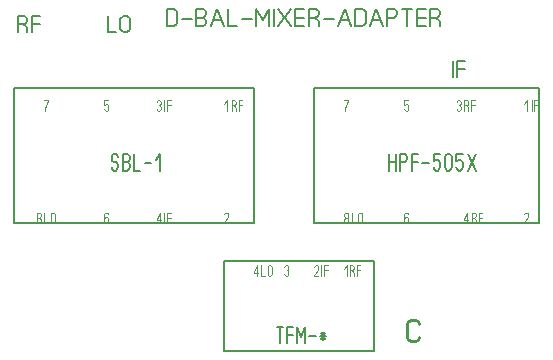
<source format=gbr>
%FSLAX34Y34*%
%MOMM*%
%LNSILK_TOP*%
G71*
G01*
%ADD10C,0.111*%
%ADD11C,0.178*%
%ADD12C,0.150*%
%ADD13C,0.167*%
%ADD14C,0.222*%
%LPD*%
G54D10*
X467500Y213316D02*
X469722Y216649D01*
X469722Y207760D01*
G54D10*
X410350Y214982D02*
X410794Y216093D01*
X411683Y216649D01*
X412572Y216649D01*
X413461Y216093D01*
X413906Y214982D01*
X413906Y213871D01*
X413461Y212760D01*
X412572Y212204D01*
X413461Y211649D01*
X413906Y210538D01*
X413906Y209427D01*
X413461Y208316D01*
X412572Y207760D01*
X411683Y207760D01*
X410794Y208316D01*
X410350Y209427D01*
G54D10*
X369456Y216649D02*
X365900Y216649D01*
X365900Y212760D01*
X366344Y212760D01*
X367233Y213316D01*
X368122Y213316D01*
X369011Y212760D01*
X369456Y211649D01*
X369456Y209427D01*
X369011Y208316D01*
X368122Y207760D01*
X367233Y207760D01*
X366344Y208316D01*
X365900Y209427D01*
G54D10*
X315100Y216649D02*
X318656Y216649D01*
X318211Y215538D01*
X317322Y213871D01*
X316433Y211649D01*
X315989Y209982D01*
X315989Y207760D01*
G54D10*
X471056Y112510D02*
X467500Y112510D01*
X467500Y113066D01*
X467944Y114177D01*
X470611Y117510D01*
X471056Y118621D01*
X471056Y119732D01*
X470611Y120843D01*
X469722Y121399D01*
X468833Y121399D01*
X467944Y120843D01*
X467500Y119732D01*
G54D10*
X419367Y112510D02*
X419367Y121399D01*
X416700Y115843D01*
X416700Y114732D01*
X420256Y114732D01*
G54D10*
X369456Y119732D02*
X369011Y120843D01*
X368122Y121399D01*
X367233Y121399D01*
X366344Y120843D01*
X365900Y119732D01*
X365900Y116954D01*
X365900Y116399D01*
X367233Y117510D01*
X368122Y117510D01*
X369011Y116954D01*
X369456Y115843D01*
X369456Y114177D01*
X369011Y113066D01*
X368122Y112510D01*
X367233Y112510D01*
X366344Y113066D01*
X365900Y114177D01*
X365900Y116954D01*
G54D10*
X317322Y116954D02*
X316433Y116954D01*
X315544Y117510D01*
X315100Y118621D01*
X315100Y119732D01*
X315544Y120843D01*
X316433Y121399D01*
X317322Y121399D01*
X318211Y120843D01*
X318656Y119732D01*
X318656Y118621D01*
X318211Y117510D01*
X317322Y116954D01*
X318211Y116399D01*
X318656Y115288D01*
X318656Y114177D01*
X318211Y113066D01*
X317322Y112510D01*
X316433Y112510D01*
X315544Y113066D01*
X315100Y114177D01*
X315100Y115288D01*
X315544Y116399D01*
X316433Y116954D01*
G54D10*
X213500Y213316D02*
X215722Y216649D01*
X215722Y207760D01*
G54D10*
X156350Y214982D02*
X156795Y216093D01*
X157683Y216649D01*
X158572Y216649D01*
X159461Y216093D01*
X159906Y214982D01*
X159906Y213871D01*
X159461Y212760D01*
X158572Y212204D01*
X159461Y211649D01*
X159906Y210538D01*
X159906Y209427D01*
X159461Y208316D01*
X158572Y207760D01*
X157683Y207760D01*
X156795Y208316D01*
X156350Y209427D01*
G54D10*
X115456Y216649D02*
X111900Y216649D01*
X111900Y212760D01*
X112345Y212760D01*
X113233Y213316D01*
X114122Y213316D01*
X115011Y212760D01*
X115456Y211649D01*
X115456Y209427D01*
X115011Y208316D01*
X114122Y207760D01*
X113233Y207760D01*
X112345Y208316D01*
X111900Y209427D01*
G54D10*
X61100Y216649D02*
X64656Y216649D01*
X64211Y215538D01*
X63322Y213871D01*
X62433Y211649D01*
X61989Y209982D01*
X61989Y207760D01*
G54D10*
X217056Y112510D02*
X213500Y112510D01*
X213500Y113066D01*
X213945Y114177D01*
X216611Y117510D01*
X217056Y118621D01*
X217056Y119732D01*
X216611Y120843D01*
X215722Y121399D01*
X214833Y121399D01*
X213945Y120843D01*
X213500Y119732D01*
G54D10*
X159017Y112510D02*
X159017Y121399D01*
X156350Y115843D01*
X156350Y114732D01*
X159906Y114732D01*
G54D10*
X115456Y119732D02*
X115011Y120843D01*
X114122Y121399D01*
X113233Y121399D01*
X112345Y120843D01*
X111900Y119732D01*
X111900Y116954D01*
X111900Y116399D01*
X113233Y117510D01*
X114122Y117510D01*
X115011Y116954D01*
X115456Y115843D01*
X115456Y114177D01*
X115011Y113066D01*
X114122Y112510D01*
X113233Y112510D01*
X112345Y113066D01*
X111900Y114177D01*
X111900Y116954D01*
G54D10*
X56972Y116954D02*
X56083Y116954D01*
X55194Y117510D01*
X54750Y118621D01*
X54750Y119732D01*
X55194Y120843D01*
X56083Y121399D01*
X56972Y121399D01*
X57861Y120843D01*
X58306Y119732D01*
X58306Y118621D01*
X57861Y117510D01*
X56972Y116954D01*
X57861Y116399D01*
X58306Y115288D01*
X58306Y114177D01*
X57861Y113066D01*
X56972Y112510D01*
X56083Y112510D01*
X55194Y113066D01*
X54750Y114177D01*
X54750Y115288D01*
X55194Y116399D01*
X56083Y116954D01*
G54D11*
X353200Y156960D02*
X353200Y171182D01*
G54D11*
X358889Y156960D02*
X358889Y171182D01*
G54D11*
X353200Y164071D02*
X358889Y164071D01*
G54D11*
X362800Y156960D02*
X362800Y171182D01*
X366356Y171182D01*
X367778Y170293D01*
X368489Y168516D01*
X368489Y166738D01*
X367778Y164960D01*
X366356Y164071D01*
X362800Y164071D01*
G54D11*
X372400Y156960D02*
X372400Y171182D01*
X377378Y171182D01*
G54D11*
X372400Y164071D02*
X377378Y164071D01*
G54D11*
X381289Y163182D02*
X386978Y163182D01*
G54D11*
X396578Y171182D02*
X390889Y171182D01*
X390889Y164960D01*
X391600Y164960D01*
X393022Y165849D01*
X394445Y165849D01*
X395867Y164960D01*
X396578Y163182D01*
X396578Y159627D01*
X395867Y157849D01*
X394445Y156960D01*
X393022Y156960D01*
X391600Y157849D01*
X390889Y159627D01*
G54D11*
X406178Y168516D02*
X406178Y159627D01*
X405467Y157849D01*
X404045Y156960D01*
X402622Y156960D01*
X401200Y157849D01*
X400489Y159627D01*
X400489Y168516D01*
X401200Y170293D01*
X402622Y171182D01*
X404045Y171182D01*
X405467Y170293D01*
X406178Y168516D01*
G54D11*
X415778Y171182D02*
X410089Y171182D01*
X410089Y164960D01*
X410800Y164960D01*
X412222Y165849D01*
X413645Y165849D01*
X415067Y164960D01*
X415778Y163182D01*
X415778Y159627D01*
X415067Y157849D01*
X413645Y156960D01*
X412222Y156960D01*
X410800Y157849D01*
X410089Y159627D01*
G54D11*
X419689Y171182D02*
X426800Y156960D01*
G54D11*
X419689Y156960D02*
X426800Y171182D01*
G54D10*
X473850Y207760D02*
X473850Y216649D01*
G54D10*
X476294Y207760D02*
X476294Y216649D01*
X479405Y216649D01*
G54D10*
X476294Y212204D02*
X479405Y212204D01*
G54D10*
X418478Y212204D02*
X419811Y211093D01*
X420256Y209982D01*
X420256Y207760D01*
G54D10*
X416700Y207760D02*
X416700Y216649D01*
X418922Y216649D01*
X419811Y216093D01*
X420256Y214982D01*
X420256Y213871D01*
X419811Y212760D01*
X418922Y212204D01*
X416700Y212204D01*
G54D10*
X422700Y207760D02*
X422700Y216649D01*
X425811Y216649D01*
G54D10*
X422700Y212204D02*
X425811Y212204D01*
G54D10*
X424828Y116954D02*
X426161Y115843D01*
X426606Y114732D01*
X426606Y112510D01*
G54D10*
X423050Y112510D02*
X423050Y121399D01*
X425272Y121399D01*
X426161Y120843D01*
X426606Y119732D01*
X426606Y118621D01*
X426161Y117510D01*
X425272Y116954D01*
X423050Y116954D01*
G54D10*
X429050Y112510D02*
X429050Y121399D01*
X432161Y121399D01*
G54D10*
X429050Y116954D02*
X432161Y116954D01*
G54D10*
X321450Y121399D02*
X321450Y112510D01*
X324561Y112510D01*
G54D10*
X330561Y119732D02*
X330561Y114177D01*
X330116Y113066D01*
X329227Y112510D01*
X328338Y112510D01*
X327449Y113066D01*
X327005Y114177D01*
X327005Y119732D01*
X327449Y120843D01*
X328338Y121399D01*
X329227Y121399D01*
X330116Y120843D01*
X330561Y119732D01*
G54D11*
X118250Y159627D02*
X118961Y157849D01*
X120383Y156960D01*
X121806Y156960D01*
X123228Y157849D01*
X123939Y159627D01*
X123939Y161404D01*
X123228Y163182D01*
X121806Y164071D01*
X120383Y164071D01*
X118961Y164960D01*
X118250Y166738D01*
X118250Y168516D01*
X118961Y170293D01*
X120383Y171182D01*
X121806Y171182D01*
X123228Y170293D01*
X123939Y168516D01*
G54D11*
X127850Y156960D02*
X127850Y171182D01*
X131406Y171182D01*
X132828Y170293D01*
X133539Y168516D01*
X133539Y166738D01*
X132828Y164960D01*
X131406Y164071D01*
X132828Y163182D01*
X133539Y161404D01*
X133539Y159627D01*
X132828Y157849D01*
X131406Y156960D01*
X127850Y156960D01*
G54D11*
X127850Y164071D02*
X131406Y164071D01*
G54D11*
X137450Y171182D02*
X137450Y156960D01*
X142428Y156960D01*
G54D11*
X146339Y163182D02*
X152028Y163182D01*
G54D11*
X155939Y165849D02*
X159495Y171182D01*
X159495Y156960D01*
G54D10*
X61100Y121399D02*
X61100Y112510D01*
X64211Y112510D01*
G54D10*
X70211Y119732D02*
X70211Y114177D01*
X69766Y113066D01*
X68877Y112510D01*
X67988Y112510D01*
X67099Y113066D01*
X66655Y114177D01*
X66655Y119732D01*
X67099Y120843D01*
X67988Y121399D01*
X68877Y121399D01*
X69766Y120843D01*
X70211Y119732D01*
G54D10*
X221628Y212204D02*
X222961Y211093D01*
X223406Y209982D01*
X223406Y207760D01*
G54D10*
X219850Y207760D02*
X219850Y216649D01*
X222072Y216649D01*
X222961Y216093D01*
X223406Y214982D01*
X223406Y213871D01*
X222961Y212760D01*
X222072Y212204D01*
X219850Y212204D01*
G54D10*
X225850Y207760D02*
X225850Y216649D01*
X228961Y216649D01*
G54D10*
X225850Y212204D02*
X228961Y212204D01*
G54D10*
X162700Y207760D02*
X162700Y216649D01*
G54D10*
X165144Y207760D02*
X165144Y216649D01*
X168255Y216649D01*
G54D10*
X165144Y212204D02*
X168255Y212204D01*
G54D10*
X162700Y112510D02*
X162700Y121399D01*
G54D10*
X165144Y112510D02*
X165144Y121399D01*
X168255Y121399D01*
G54D10*
X165144Y116954D02*
X168255Y116954D01*
G54D10*
X315100Y73616D02*
X317322Y76949D01*
X317322Y68060D01*
G54D10*
X321544Y72504D02*
X322877Y71393D01*
X323322Y70282D01*
X323322Y68060D01*
G54D10*
X319766Y68060D02*
X319766Y76949D01*
X321988Y76949D01*
X322877Y76393D01*
X323322Y75282D01*
X323322Y74171D01*
X322877Y73060D01*
X321988Y72504D01*
X319766Y72504D01*
G54D10*
X325766Y68060D02*
X325766Y76949D01*
X328877Y76949D01*
G54D10*
X325766Y72504D02*
X328877Y72504D01*
G54D10*
X293256Y68060D02*
X289700Y68060D01*
X289700Y68616D01*
X290144Y69727D01*
X292811Y73060D01*
X293256Y74171D01*
X293256Y75282D01*
X292811Y76393D01*
X291922Y76949D01*
X291033Y76949D01*
X290144Y76393D01*
X289700Y75282D01*
G54D10*
X295700Y68060D02*
X295700Y76949D01*
G54D10*
X298144Y68060D02*
X298144Y76949D01*
X301255Y76949D01*
G54D10*
X298144Y72504D02*
X301255Y72504D01*
G54D10*
X264300Y75282D02*
X264744Y76393D01*
X265633Y76949D01*
X266522Y76949D01*
X267411Y76393D01*
X267856Y75282D01*
X267856Y74171D01*
X267411Y73060D01*
X266522Y72504D01*
X267411Y71949D01*
X267856Y70838D01*
X267856Y69727D01*
X267411Y68616D01*
X266522Y68060D01*
X265633Y68060D01*
X264744Y68616D01*
X264300Y69727D01*
G54D10*
X241567Y68060D02*
X241567Y76949D01*
X238900Y71393D01*
X238900Y70282D01*
X242456Y70282D01*
G54D10*
X244900Y76949D02*
X244900Y68060D01*
X248011Y68060D01*
G54D10*
X254011Y75282D02*
X254011Y69727D01*
X253566Y68616D01*
X252677Y68060D01*
X251788Y68060D01*
X250899Y68616D01*
X250455Y69727D01*
X250455Y75282D01*
X250899Y76393D01*
X251788Y76949D01*
X252677Y76949D01*
X253566Y76393D01*
X254011Y75282D01*
G54D12*
X35700Y226810D02*
X238900Y226810D01*
X238900Y112510D01*
X35700Y112510D01*
X35700Y226810D01*
G54D12*
X289700Y226810D02*
X480200Y226810D01*
X480200Y112510D01*
X289700Y112510D01*
X289700Y226810D01*
G54D12*
X213500Y80760D02*
X340500Y80760D01*
X340500Y4560D01*
X213500Y4560D01*
X213500Y80760D01*
G54D13*
X260617Y10910D02*
X260617Y24243D01*
G54D13*
X257950Y24243D02*
X263283Y24243D01*
G54D13*
X266950Y10910D02*
X266950Y24243D01*
X271617Y24243D01*
G54D13*
X266950Y17577D02*
X271617Y17577D01*
G54D13*
X275284Y10910D02*
X275284Y24243D01*
X278617Y15910D01*
X281951Y24243D01*
X281951Y10910D01*
G54D13*
X285618Y16743D02*
X290951Y16743D01*
G54D13*
X294618Y16743D02*
X299951Y16743D01*
G54D13*
X297285Y20077D02*
X297285Y13410D01*
G54D13*
X295285Y19243D02*
X299285Y14243D01*
G54D13*
X295285Y14243D02*
X299285Y19243D01*
G54D13*
X407200Y236310D02*
X407200Y249643D01*
G54D13*
X410867Y236310D02*
X410867Y249643D01*
X417867Y249643D01*
G54D13*
X410867Y242977D02*
X417867Y242977D01*
G54D13*
X42900Y281077D02*
X45900Y279410D01*
X46900Y277743D01*
X46900Y274410D01*
G54D13*
X38900Y274410D02*
X38900Y287743D01*
X43900Y287743D01*
X45900Y286910D01*
X46900Y285243D01*
X46900Y283577D01*
X45900Y281910D01*
X43900Y281077D01*
X38900Y281077D01*
G54D13*
X50567Y274410D02*
X50567Y287743D01*
X57567Y287743D01*
G54D13*
X50567Y281077D02*
X57567Y281077D01*
G54D13*
X115100Y287743D02*
X115100Y274410D01*
X122100Y274410D01*
G54D13*
X133767Y285243D02*
X133767Y276910D01*
X132767Y275243D01*
X130767Y274410D01*
X128767Y274410D01*
X126767Y275243D01*
X125767Y276910D01*
X125767Y285243D01*
X126767Y286910D01*
X128767Y287743D01*
X130767Y287743D01*
X132767Y286910D01*
X133767Y285243D01*
G54D11*
X165100Y279400D02*
X165100Y293622D01*
X170433Y293622D01*
X172567Y292733D01*
X173633Y290956D01*
X173633Y282067D01*
X172567Y280289D01*
X170433Y279400D01*
X165100Y279400D01*
G54D11*
X177544Y285622D02*
X186077Y285622D01*
G54D11*
X189988Y279400D02*
X189988Y293622D01*
X195321Y293622D01*
X197455Y292733D01*
X198521Y290956D01*
X198521Y289178D01*
X197455Y287400D01*
X195321Y286511D01*
X197455Y285622D01*
X198521Y283844D01*
X198521Y282067D01*
X197455Y280289D01*
X195321Y279400D01*
X189988Y279400D01*
G54D11*
X189988Y286511D02*
X195321Y286511D01*
G54D11*
X202432Y279400D02*
X207765Y293622D01*
X213099Y279400D01*
G54D11*
X204565Y284733D02*
X210965Y284733D01*
G54D11*
X217010Y293622D02*
X217010Y279400D01*
X224477Y279400D01*
G54D11*
X228388Y285622D02*
X236921Y285622D01*
G54D11*
X240832Y279400D02*
X240832Y293622D01*
X246165Y284733D01*
X251499Y293622D01*
X251499Y279400D01*
G54D11*
X255410Y279400D02*
X255410Y293622D01*
G54D11*
X259321Y293622D02*
X269988Y279400D01*
G54D11*
X259321Y279400D02*
X269988Y293622D01*
G54D11*
X281366Y279400D02*
X273899Y279400D01*
X273899Y293622D01*
X281366Y293622D01*
G54D11*
X273899Y286511D02*
X281366Y286511D01*
G54D11*
X289544Y286511D02*
X292744Y284733D01*
X293810Y282956D01*
X293810Y279400D01*
G54D11*
X285277Y279400D02*
X285277Y293622D01*
X290610Y293622D01*
X292744Y292733D01*
X293810Y290956D01*
X293810Y289178D01*
X292744Y287400D01*
X290610Y286511D01*
X285277Y286511D01*
G54D11*
X297721Y285622D02*
X306254Y285622D01*
G54D11*
X310165Y279400D02*
X315498Y293622D01*
X320832Y279400D01*
G54D11*
X312298Y284733D02*
X318698Y284733D01*
G54D11*
X324743Y279400D02*
X324743Y293622D01*
X330076Y293622D01*
X332210Y292733D01*
X333276Y290956D01*
X333276Y282067D01*
X332210Y280289D01*
X330076Y279400D01*
X324743Y279400D01*
G54D11*
X337187Y279400D02*
X342520Y293622D01*
X347854Y279400D01*
G54D11*
X339320Y284733D02*
X345720Y284733D01*
G54D11*
X351765Y279400D02*
X351765Y293622D01*
X357098Y293622D01*
X359232Y292733D01*
X360298Y290956D01*
X360298Y289178D01*
X359232Y287400D01*
X357098Y286511D01*
X351765Y286511D01*
G54D11*
X368476Y279400D02*
X368476Y293622D01*
G54D11*
X364209Y293622D02*
X372742Y293622D01*
G54D11*
X384120Y279400D02*
X376653Y279400D01*
X376653Y293622D01*
X384120Y293622D01*
G54D11*
X376653Y286511D02*
X384120Y286511D01*
G54D11*
X392298Y286511D02*
X395498Y284733D01*
X396564Y282956D01*
X396564Y279400D01*
G54D11*
X388031Y279400D02*
X388031Y293622D01*
X393364Y293622D01*
X395498Y292733D01*
X396564Y290956D01*
X396564Y289178D01*
X395498Y287400D01*
X393364Y286511D01*
X388031Y286511D01*
G54D14*
X378967Y16033D02*
X377633Y13811D01*
X374967Y12700D01*
X372300Y12700D01*
X369633Y13811D01*
X368300Y16033D01*
X368300Y27144D01*
X369633Y29367D01*
X372300Y30478D01*
X374967Y30478D01*
X377633Y29367D01*
X378967Y27144D01*
M02*

</source>
